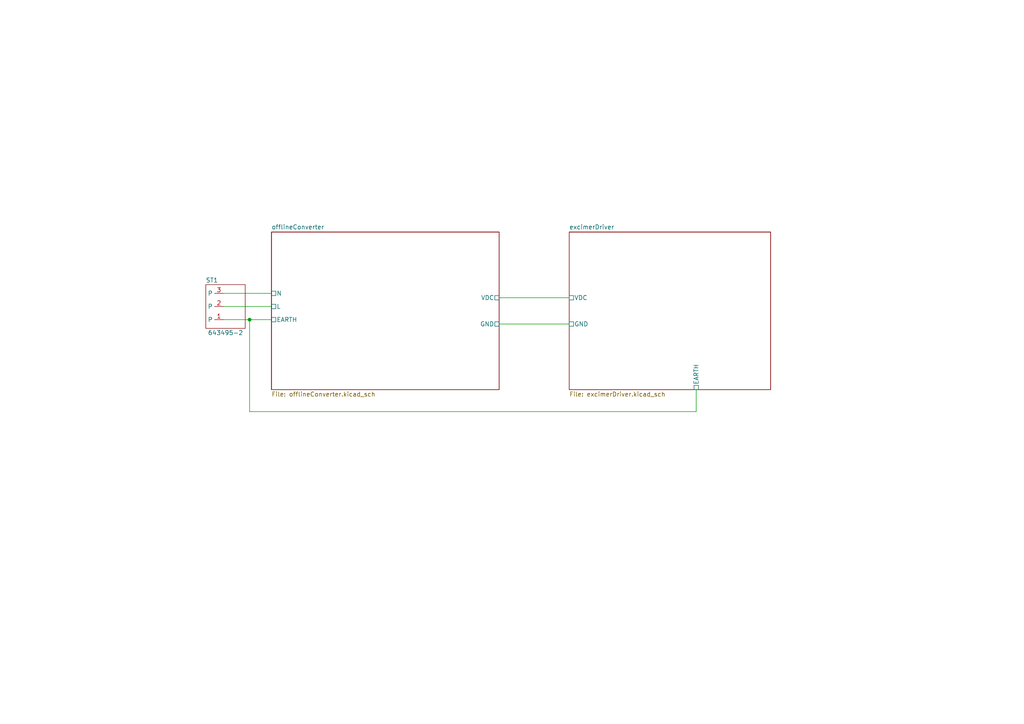
<source format=kicad_sch>
(kicad_sch (version 20250114) (generator "eeschema") (generator_version "9.0")
  (paper "A4")
  (lib_symbols
    (symbol "Hansmann:643495-2_"
      (property "Reference" "ST" (at -9.398 0 0))
      (symbol "643495-2__0_1"
        (rectangle (start -6.35 -6.35) (end 5.08 6.35))
      )
      (symbol "643495-2__1_1"
        (pin passive line (at 0 3.81 0) (length 2.54) (name "P") (number "1"))
        (pin passive line (at 0 0 0) (length 2.54) (name "P") (number "2"))
        (pin passive line (at 0 -3.81 0) (length 2.54) (name "P") (number "3"))
      )
    )
  )
  (junction (at 72.39 92.71))
  (wire (pts (xy 144.78 93.98) (xy 165.1 93.98)))
  (wire (pts (xy 64.77 85.09) (xy 78.74 85.09)))
  (wire (pts (xy 144.78 86.36) (xy 165.1 86.36)))
  (wire (pts (xy 64.77 88.9) (xy 78.74 88.9)))
  (wire (pts (xy 72.39 119.38) (xy 72.39 92.71)))
  (wire (pts (xy 72.39 92.71) (xy 78.74 92.71)))
  (wire (pts (xy 201.93 113.03) (xy 201.93 119.38)))
  (wire (pts (xy 201.93 119.38) (xy 72.39 119.38)))
  (wire (pts (xy 64.77 92.71) (xy 72.39 92.71)))
  (symbol (lib_id "Hansmann:643495-2_") (at 64.77 88.9 180) (unit 1)
    (property "Reference" "ST1" (at 61.468 81.28 0))
    (property "Value" "643495-2" (at 65.405 96.52 0))
    (property "Footprint" "Hansmann:643495-2" (effects (hide yes)))
  )
  (sheet (at 165.1 67.31) (size 58.42 45.72) (stroke (width 0.1524))
    (property "Sheetname" "excimerDriver" (at 165.1 66.5984 0) (effects (justify left bottom)))
    (property "Sheetfile" "excimerDriver.kicad_sch" (at 165.1 113.6146 0) (effects (justify left top)))
    (pin "GND" passive (at 165.1 93.98 180))
    (pin "VDC" passive (at 165.1 86.36 180))
    (pin "EARTH" passive (at 201.93 113.03 270))
  )
  (sheet (at 78.74 67.31) (size 66.04 45.72) (stroke (width 0.1524))
    (property "Sheetname" "offlineConverter" (at 78.74 66.5984 0) (effects (justify left bottom)))
    (property "Sheetfile" "offlineConverter.kicad_sch" (at 78.74 113.6146 0) (effects (justify left top)))
    (pin "EARTH" passive (at 78.74 92.71 180))
    (pin "L" passive (at 78.74 88.9 180))
    (pin "N" passive (at 78.74 85.09 180))
    (pin "GND" passive (at 144.78 93.98 0))
    (pin "VDC" passive (at 144.78 86.36 0))
  )
)
</source>
